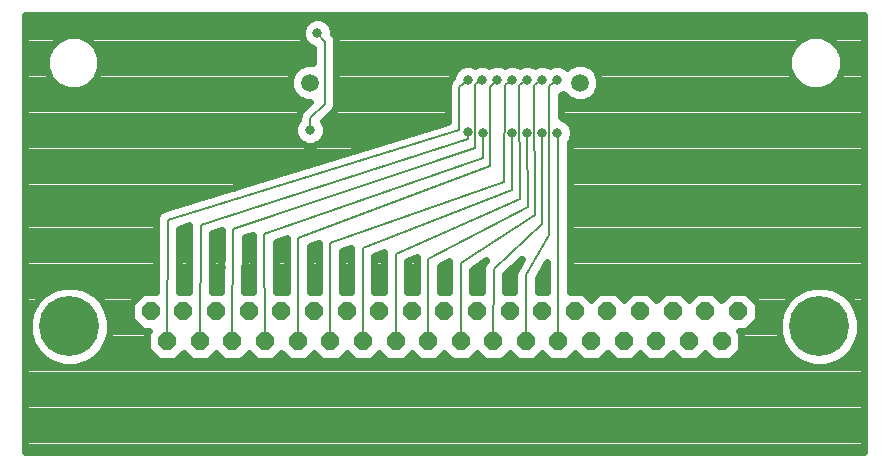
<source format=gbl>
G75*
%MOIN*%
%OFA0B0*%
%FSLAX25Y25*%
%IPPOS*%
%LPD*%
%AMOC8*
5,1,8,0,0,1.08239X$1,22.5*
%
%ADD10C,0.05937*%
%ADD11OC8,0.06000*%
%ADD12C,0.20000*%
%ADD13C,0.03181*%
%ADD14C,0.00500*%
%ADD15C,0.02400*%
D10*
X0134346Y0151540D03*
X0224346Y0151540D03*
D11*
X0222748Y0075300D03*
X0233548Y0075300D03*
X0244448Y0075300D03*
X0255348Y0075300D03*
X0266148Y0075300D03*
X0277048Y0075300D03*
X0271648Y0065300D03*
X0260748Y0065300D03*
X0249848Y0065300D03*
X0239048Y0065300D03*
X0228148Y0065300D03*
X0217248Y0065300D03*
X0206448Y0065300D03*
X0195548Y0065300D03*
X0184648Y0065300D03*
X0173848Y0065300D03*
X0162948Y0065300D03*
X0152048Y0065300D03*
X0141248Y0065300D03*
X0130348Y0065300D03*
X0119448Y0065300D03*
X0108548Y0065300D03*
X0097748Y0065300D03*
X0086848Y0065300D03*
X0081448Y0075300D03*
X0092248Y0075300D03*
X0103148Y0075300D03*
X0114048Y0075300D03*
X0124848Y0075300D03*
X0135748Y0075300D03*
X0146648Y0075300D03*
X0157548Y0075300D03*
X0168348Y0075300D03*
X0179248Y0075300D03*
X0190148Y0075300D03*
X0200948Y0075300D03*
X0211848Y0075300D03*
D12*
X0304248Y0070300D03*
X0054248Y0070300D03*
D13*
X0134425Y0135694D03*
X0136886Y0168174D03*
X0187083Y0152524D03*
X0191807Y0152426D03*
X0196925Y0152524D03*
X0201846Y0152426D03*
X0206768Y0152426D03*
X0211886Y0152426D03*
X0216807Y0152426D03*
X0216906Y0134808D03*
X0211689Y0134709D03*
X0206768Y0134611D03*
X0201846Y0134611D03*
X0192004Y0134709D03*
X0187083Y0135202D03*
D14*
X0187083Y0132741D01*
X0097988Y0104080D01*
X0097748Y0065300D01*
X0086848Y0065300D02*
X0086965Y0105753D01*
X0184130Y0135694D01*
X0184130Y0149965D01*
X0187083Y0152524D01*
X0189543Y0150950D02*
X0191807Y0152426D01*
X0189543Y0150950D02*
X0189543Y0129690D01*
X0108913Y0102800D01*
X0108548Y0065300D01*
X0119448Y0065300D02*
X0119150Y0101225D01*
X0192004Y0126540D01*
X0192004Y0134709D01*
X0201846Y0134611D02*
X0201846Y0115615D01*
X0151950Y0096328D01*
X0152048Y0065300D01*
X0141248Y0065300D02*
X0141248Y0098127D01*
X0199189Y0118568D01*
X0199287Y0150654D01*
X0201846Y0152426D01*
X0204209Y0150654D02*
X0206768Y0152426D01*
X0209228Y0150753D02*
X0211886Y0152426D01*
X0214150Y0150556D02*
X0216807Y0152426D01*
X0214150Y0150556D02*
X0214150Y0100654D01*
X0206448Y0087441D01*
X0206448Y0065300D01*
X0217248Y0065300D02*
X0217248Y0134957D01*
X0216906Y0134808D01*
X0217248Y0133580D01*
X0211689Y0134709D02*
X0211689Y0104296D01*
X0195745Y0089336D01*
X0195548Y0065300D01*
X0184648Y0065300D02*
X0184648Y0091330D01*
X0209425Y0107249D01*
X0209228Y0150753D01*
X0204209Y0150654D02*
X0204406Y0112662D01*
X0162948Y0094433D01*
X0162948Y0065300D01*
X0173848Y0065300D02*
X0173848Y0092735D01*
X0206965Y0110103D01*
X0206768Y0134611D01*
X0194465Y0123883D02*
X0194465Y0149965D01*
X0196925Y0152524D01*
X0194465Y0123883D02*
X0130567Y0099749D01*
X0130348Y0065300D01*
X0134425Y0135694D02*
X0134425Y0139631D01*
X0139346Y0144552D01*
X0139346Y0165221D01*
X0136886Y0168174D01*
D15*
X0039354Y0174170D02*
X0039354Y0028319D01*
X0319063Y0028319D01*
X0319063Y0174170D01*
X0039354Y0174170D01*
X0039354Y0174136D02*
X0319063Y0174136D01*
X0319063Y0171738D02*
X0140663Y0171738D01*
X0141286Y0171114D02*
X0139826Y0172574D01*
X0137918Y0173365D01*
X0135853Y0173365D01*
X0133946Y0172574D01*
X0132485Y0171114D01*
X0131695Y0169206D01*
X0131695Y0167142D01*
X0132485Y0165234D01*
X0133946Y0163774D01*
X0135496Y0163131D01*
X0135496Y0158109D01*
X0133040Y0158109D01*
X0130626Y0157109D01*
X0128778Y0155261D01*
X0127778Y0152847D01*
X0127778Y0150234D01*
X0128778Y0147819D01*
X0130626Y0145972D01*
X0133040Y0144972D01*
X0134321Y0144972D01*
X0131161Y0141812D01*
X0130575Y0140397D01*
X0130575Y0139184D01*
X0130025Y0138634D01*
X0129235Y0136726D01*
X0129235Y0134661D01*
X0130025Y0132753D01*
X0131485Y0131293D01*
X0133393Y0130503D01*
X0135458Y0130503D01*
X0137365Y0131293D01*
X0138826Y0132753D01*
X0139616Y0134661D01*
X0139616Y0136726D01*
X0138839Y0138600D01*
X0141527Y0141288D01*
X0142610Y0142371D01*
X0143196Y0143786D01*
X0143196Y0165047D01*
X0143250Y0165635D01*
X0143196Y0165807D01*
X0143196Y0165987D01*
X0142970Y0166533D01*
X0142794Y0167098D01*
X0142679Y0167236D01*
X0142610Y0167402D01*
X0142192Y0167820D01*
X0142076Y0167959D01*
X0142076Y0169206D01*
X0141286Y0171114D01*
X0142021Y0169339D02*
X0319063Y0169339D01*
X0319063Y0166941D02*
X0305664Y0166941D01*
X0304840Y0167282D02*
X0301215Y0167282D01*
X0297866Y0165895D01*
X0295303Y0163331D01*
X0293916Y0159983D01*
X0293916Y0156358D01*
X0295303Y0153009D01*
X0297866Y0150445D01*
X0301215Y0149058D01*
X0304840Y0149058D01*
X0308189Y0150445D01*
X0310752Y0153009D01*
X0312139Y0156358D01*
X0312139Y0159983D01*
X0310752Y0163331D01*
X0308189Y0165895D01*
X0304840Y0167282D01*
X0300391Y0166941D02*
X0142843Y0166941D01*
X0143196Y0164542D02*
X0296514Y0164542D01*
X0294811Y0162144D02*
X0143196Y0162144D01*
X0143196Y0159745D02*
X0293916Y0159745D01*
X0293916Y0157347D02*
X0227493Y0157347D01*
X0228067Y0157109D02*
X0225653Y0158109D01*
X0223040Y0158109D01*
X0220626Y0157109D01*
X0220045Y0156528D01*
X0219747Y0156826D01*
X0217840Y0157617D01*
X0215775Y0157617D01*
X0214346Y0157025D01*
X0212918Y0157617D01*
X0210853Y0157617D01*
X0209327Y0156984D01*
X0207800Y0157617D01*
X0205735Y0157617D01*
X0204307Y0157025D01*
X0202879Y0157617D01*
X0200814Y0157617D01*
X0199505Y0157074D01*
X0197958Y0157715D01*
X0195893Y0157715D01*
X0194247Y0157033D01*
X0192840Y0157617D01*
X0190775Y0157617D01*
X0189564Y0157115D01*
X0188115Y0157715D01*
X0186050Y0157715D01*
X0184142Y0156925D01*
X0182682Y0155465D01*
X0181892Y0153557D01*
X0181892Y0153172D01*
X0181505Y0152785D01*
X0181030Y0152373D01*
X0180966Y0152246D01*
X0180866Y0152146D01*
X0180626Y0151565D01*
X0180344Y0151004D01*
X0180334Y0150862D01*
X0180280Y0150731D01*
X0180280Y0150103D01*
X0180235Y0149476D01*
X0180280Y0149341D01*
X0180280Y0138536D01*
X0086390Y0109604D01*
X0086210Y0109605D01*
X0085663Y0109380D01*
X0085099Y0109207D01*
X0084960Y0109091D01*
X0084793Y0109023D01*
X0084374Y0108606D01*
X0083919Y0108230D01*
X0083835Y0108070D01*
X0083707Y0107943D01*
X0083479Y0107398D01*
X0083203Y0106876D01*
X0083186Y0106696D01*
X0083117Y0106530D01*
X0083115Y0105939D01*
X0083060Y0105351D01*
X0083113Y0105178D01*
X0083046Y0081900D01*
X0078714Y0081900D01*
X0074848Y0078034D01*
X0074848Y0072566D01*
X0078714Y0068700D01*
X0080914Y0068700D01*
X0080248Y0068034D01*
X0080248Y0062566D01*
X0084114Y0058700D01*
X0089582Y0058700D01*
X0092298Y0061416D01*
X0095014Y0058700D01*
X0100482Y0058700D01*
X0103148Y0061366D01*
X0105814Y0058700D01*
X0111282Y0058700D01*
X0113998Y0061416D01*
X0116714Y0058700D01*
X0122182Y0058700D01*
X0124898Y0061416D01*
X0127614Y0058700D01*
X0133082Y0058700D01*
X0135798Y0061416D01*
X0138514Y0058700D01*
X0143982Y0058700D01*
X0146648Y0061366D01*
X0149314Y0058700D01*
X0154782Y0058700D01*
X0157498Y0061416D01*
X0160214Y0058700D01*
X0165682Y0058700D01*
X0168398Y0061416D01*
X0171114Y0058700D01*
X0176582Y0058700D01*
X0179248Y0061366D01*
X0181914Y0058700D01*
X0187382Y0058700D01*
X0190098Y0061416D01*
X0192814Y0058700D01*
X0198282Y0058700D01*
X0200998Y0061416D01*
X0203714Y0058700D01*
X0209182Y0058700D01*
X0211848Y0061366D01*
X0214514Y0058700D01*
X0219982Y0058700D01*
X0222698Y0061416D01*
X0225414Y0058700D01*
X0230882Y0058700D01*
X0233598Y0061416D01*
X0236314Y0058700D01*
X0241782Y0058700D01*
X0244448Y0061366D01*
X0247114Y0058700D01*
X0252582Y0058700D01*
X0255298Y0061416D01*
X0258014Y0058700D01*
X0263482Y0058700D01*
X0266198Y0061416D01*
X0268914Y0058700D01*
X0274382Y0058700D01*
X0278248Y0062566D01*
X0278248Y0068034D01*
X0277582Y0068700D01*
X0279782Y0068700D01*
X0283648Y0072566D01*
X0283648Y0078034D01*
X0279782Y0081900D01*
X0274314Y0081900D01*
X0271598Y0079184D01*
X0268882Y0081900D01*
X0263414Y0081900D01*
X0260748Y0079234D01*
X0258082Y0081900D01*
X0252614Y0081900D01*
X0249898Y0079184D01*
X0247182Y0081900D01*
X0241714Y0081900D01*
X0238998Y0079184D01*
X0236282Y0081900D01*
X0230814Y0081900D01*
X0228148Y0079234D01*
X0225482Y0081900D01*
X0221098Y0081900D01*
X0221098Y0131660D01*
X0221306Y0131868D01*
X0222096Y0133775D01*
X0222096Y0135840D01*
X0221306Y0137748D01*
X0219846Y0139208D01*
X0218000Y0139973D01*
X0218000Y0147302D01*
X0218916Y0147681D01*
X0220626Y0145972D01*
X0223040Y0144972D01*
X0225653Y0144972D01*
X0228067Y0145972D01*
X0229915Y0147819D01*
X0230915Y0150234D01*
X0230915Y0152847D01*
X0229915Y0155261D01*
X0228067Y0157109D01*
X0230045Y0154948D02*
X0294500Y0154948D01*
X0295762Y0152550D02*
X0230915Y0152550D01*
X0230881Y0150151D02*
X0298577Y0150151D01*
X0307478Y0150151D02*
X0319063Y0150151D01*
X0319063Y0147753D02*
X0229848Y0147753D01*
X0226576Y0145354D02*
X0319063Y0145354D01*
X0319063Y0142956D02*
X0218000Y0142956D01*
X0218000Y0145354D02*
X0222117Y0145354D01*
X0218000Y0140557D02*
X0319063Y0140557D01*
X0319063Y0138159D02*
X0220895Y0138159D01*
X0222096Y0135760D02*
X0319063Y0135760D01*
X0319063Y0133362D02*
X0221925Y0133362D01*
X0221098Y0130963D02*
X0319063Y0130963D01*
X0319063Y0128565D02*
X0221098Y0128565D01*
X0221098Y0126166D02*
X0319063Y0126166D01*
X0319063Y0123768D02*
X0221098Y0123768D01*
X0221098Y0121369D02*
X0319063Y0121369D01*
X0319063Y0118970D02*
X0221098Y0118970D01*
X0221098Y0116572D02*
X0319063Y0116572D01*
X0319063Y0114173D02*
X0221098Y0114173D01*
X0221098Y0111775D02*
X0319063Y0111775D01*
X0319063Y0109376D02*
X0221098Y0109376D01*
X0221098Y0106978D02*
X0319063Y0106978D01*
X0319063Y0104579D02*
X0221098Y0104579D01*
X0221098Y0102181D02*
X0319063Y0102181D01*
X0319063Y0099782D02*
X0221098Y0099782D01*
X0221098Y0097384D02*
X0319063Y0097384D01*
X0319063Y0094985D02*
X0221098Y0094985D01*
X0221098Y0092587D02*
X0319063Y0092587D01*
X0319063Y0090188D02*
X0221098Y0090188D01*
X0221098Y0087790D02*
X0319063Y0087790D01*
X0319063Y0085391D02*
X0221098Y0085391D01*
X0221098Y0082993D02*
X0299072Y0082993D01*
X0298999Y0082973D02*
X0295897Y0081183D01*
X0293365Y0078651D01*
X0291575Y0075549D01*
X0290648Y0072090D01*
X0290648Y0068510D01*
X0291575Y0065051D01*
X0293365Y0061949D01*
X0295897Y0059417D01*
X0298999Y0057627D01*
X0302458Y0056700D01*
X0306039Y0056700D01*
X0309497Y0057627D01*
X0312599Y0059417D01*
X0315131Y0061949D01*
X0316921Y0065051D01*
X0317848Y0068510D01*
X0317848Y0072090D01*
X0316921Y0075549D01*
X0315131Y0078651D01*
X0312599Y0081183D01*
X0309497Y0082973D01*
X0306039Y0083900D01*
X0302458Y0083900D01*
X0298999Y0082973D01*
X0295309Y0080594D02*
X0281088Y0080594D01*
X0283486Y0078196D02*
X0293103Y0078196D01*
X0291718Y0075797D02*
X0283648Y0075797D01*
X0283648Y0073399D02*
X0290999Y0073399D01*
X0290648Y0071000D02*
X0282082Y0071000D01*
X0277680Y0068602D02*
X0290648Y0068602D01*
X0291266Y0066203D02*
X0278248Y0066203D01*
X0278248Y0063805D02*
X0292294Y0063805D01*
X0293909Y0061406D02*
X0277088Y0061406D01*
X0274690Y0059008D02*
X0296607Y0059008D01*
X0311889Y0059008D02*
X0319063Y0059008D01*
X0319063Y0061406D02*
X0314588Y0061406D01*
X0316202Y0063805D02*
X0319063Y0063805D01*
X0319063Y0066203D02*
X0317230Y0066203D01*
X0317848Y0068602D02*
X0319063Y0068602D01*
X0319063Y0071000D02*
X0317848Y0071000D01*
X0317497Y0073399D02*
X0319063Y0073399D01*
X0319063Y0075797D02*
X0316778Y0075797D01*
X0315393Y0078196D02*
X0319063Y0078196D01*
X0319063Y0080594D02*
X0313187Y0080594D01*
X0309424Y0082993D02*
X0319063Y0082993D01*
X0319063Y0056609D02*
X0039354Y0056609D01*
X0039354Y0054211D02*
X0319063Y0054211D01*
X0319063Y0051812D02*
X0039354Y0051812D01*
X0039354Y0049414D02*
X0319063Y0049414D01*
X0319063Y0047015D02*
X0039354Y0047015D01*
X0039354Y0044617D02*
X0319063Y0044617D01*
X0319063Y0042218D02*
X0039354Y0042218D01*
X0039354Y0039820D02*
X0319063Y0039820D01*
X0319063Y0037421D02*
X0039354Y0037421D01*
X0039354Y0035023D02*
X0319063Y0035023D01*
X0319063Y0032624D02*
X0039354Y0032624D01*
X0039354Y0030226D02*
X0319063Y0030226D01*
X0268607Y0059008D02*
X0263790Y0059008D01*
X0266188Y0061406D02*
X0266208Y0061406D01*
X0257707Y0059008D02*
X0252890Y0059008D01*
X0255288Y0061406D02*
X0255308Y0061406D01*
X0246807Y0059008D02*
X0242090Y0059008D01*
X0236007Y0059008D02*
X0231190Y0059008D01*
X0233588Y0061406D02*
X0233608Y0061406D01*
X0225107Y0059008D02*
X0220290Y0059008D01*
X0222688Y0061406D02*
X0222708Y0061406D01*
X0214207Y0059008D02*
X0209490Y0059008D01*
X0203407Y0059008D02*
X0198590Y0059008D01*
X0200988Y0061406D02*
X0201008Y0061406D01*
X0192507Y0059008D02*
X0187690Y0059008D01*
X0190088Y0061406D02*
X0190108Y0061406D01*
X0181607Y0059008D02*
X0176890Y0059008D01*
X0170807Y0059008D02*
X0165990Y0059008D01*
X0168388Y0061406D02*
X0168408Y0061406D01*
X0159907Y0059008D02*
X0155090Y0059008D01*
X0157488Y0061406D02*
X0157508Y0061406D01*
X0149007Y0059008D02*
X0144290Y0059008D01*
X0138207Y0059008D02*
X0133390Y0059008D01*
X0135788Y0061406D02*
X0135808Y0061406D01*
X0127307Y0059008D02*
X0122490Y0059008D01*
X0124888Y0061406D02*
X0124908Y0061406D01*
X0116407Y0059008D02*
X0111590Y0059008D01*
X0113988Y0061406D02*
X0114008Y0061406D01*
X0105507Y0059008D02*
X0100790Y0059008D01*
X0094707Y0059008D02*
X0089890Y0059008D01*
X0092288Y0061406D02*
X0092308Y0061406D01*
X0083807Y0059008D02*
X0061889Y0059008D01*
X0062599Y0059417D02*
X0059497Y0057627D01*
X0056039Y0056700D01*
X0052458Y0056700D01*
X0048999Y0057627D01*
X0045897Y0059417D01*
X0043365Y0061949D01*
X0041575Y0065051D01*
X0040648Y0068510D01*
X0040648Y0072090D01*
X0041575Y0075549D01*
X0043365Y0078651D01*
X0045897Y0081183D01*
X0048999Y0082973D01*
X0052458Y0083900D01*
X0056039Y0083900D01*
X0059497Y0082973D01*
X0062599Y0081183D01*
X0065131Y0078651D01*
X0066921Y0075549D01*
X0067848Y0072090D01*
X0067848Y0068510D01*
X0066921Y0065051D01*
X0065131Y0061949D01*
X0062599Y0059417D01*
X0064588Y0061406D02*
X0081408Y0061406D01*
X0080248Y0063805D02*
X0066202Y0063805D01*
X0067230Y0066203D02*
X0080248Y0066203D01*
X0080816Y0068602D02*
X0067848Y0068602D01*
X0067848Y0071000D02*
X0076414Y0071000D01*
X0074848Y0073399D02*
X0067497Y0073399D01*
X0066778Y0075797D02*
X0074848Y0075797D01*
X0075010Y0078196D02*
X0065393Y0078196D01*
X0063187Y0080594D02*
X0077409Y0080594D01*
X0083049Y0082993D02*
X0059424Y0082993D01*
X0049072Y0082993D02*
X0039354Y0082993D01*
X0039354Y0085391D02*
X0083056Y0085391D01*
X0083063Y0087790D02*
X0039354Y0087790D01*
X0039354Y0090188D02*
X0083070Y0090188D01*
X0083077Y0092587D02*
X0039354Y0092587D01*
X0039354Y0094985D02*
X0083084Y0094985D01*
X0083090Y0097384D02*
X0039354Y0097384D01*
X0039354Y0099782D02*
X0083097Y0099782D01*
X0083104Y0102181D02*
X0039354Y0102181D01*
X0039354Y0104579D02*
X0083111Y0104579D01*
X0083257Y0106978D02*
X0039354Y0106978D01*
X0039354Y0109376D02*
X0085650Y0109376D01*
X0093434Y0111775D02*
X0039354Y0111775D01*
X0039354Y0114173D02*
X0101218Y0114173D01*
X0109002Y0116572D02*
X0039354Y0116572D01*
X0039354Y0118970D02*
X0116785Y0118970D01*
X0124569Y0121369D02*
X0039354Y0121369D01*
X0039354Y0123768D02*
X0132353Y0123768D01*
X0140137Y0126166D02*
X0039354Y0126166D01*
X0039354Y0128565D02*
X0147920Y0128565D01*
X0155704Y0130963D02*
X0136568Y0130963D01*
X0139077Y0133362D02*
X0163488Y0133362D01*
X0171271Y0135760D02*
X0139616Y0135760D01*
X0139022Y0138159D02*
X0179055Y0138159D01*
X0180280Y0140557D02*
X0140796Y0140557D01*
X0142852Y0142956D02*
X0180280Y0142956D01*
X0180280Y0145354D02*
X0143196Y0145354D01*
X0143196Y0147753D02*
X0180280Y0147753D01*
X0180280Y0150151D02*
X0143196Y0150151D01*
X0143196Y0152550D02*
X0181233Y0152550D01*
X0182468Y0154948D02*
X0143196Y0154948D01*
X0143196Y0157347D02*
X0185161Y0157347D01*
X0189004Y0157347D02*
X0190123Y0157347D01*
X0193491Y0157347D02*
X0195004Y0157347D01*
X0198847Y0157347D02*
X0200162Y0157347D01*
X0203530Y0157347D02*
X0205084Y0157347D01*
X0208452Y0157347D02*
X0210202Y0157347D01*
X0213570Y0157347D02*
X0215123Y0157347D01*
X0218491Y0157347D02*
X0221200Y0157347D01*
X0135496Y0159745D02*
X0064596Y0159745D01*
X0064596Y0159967D02*
X0063209Y0163316D01*
X0060646Y0165879D01*
X0057297Y0167266D01*
X0053672Y0167266D01*
X0050323Y0165879D01*
X0047760Y0163316D01*
X0046372Y0159967D01*
X0046372Y0156342D01*
X0047760Y0152993D01*
X0050323Y0150430D01*
X0053672Y0149043D01*
X0057297Y0149043D01*
X0060646Y0150430D01*
X0063209Y0152993D01*
X0064596Y0156342D01*
X0064596Y0159967D01*
X0063694Y0162144D02*
X0135496Y0162144D01*
X0133177Y0164542D02*
X0061982Y0164542D01*
X0058082Y0166941D02*
X0131778Y0166941D01*
X0131750Y0169339D02*
X0039354Y0169339D01*
X0039354Y0166941D02*
X0052886Y0166941D01*
X0048986Y0164542D02*
X0039354Y0164542D01*
X0039354Y0162144D02*
X0047274Y0162144D01*
X0046372Y0159745D02*
X0039354Y0159745D01*
X0039354Y0157347D02*
X0046372Y0157347D01*
X0046950Y0154948D02*
X0039354Y0154948D01*
X0039354Y0152550D02*
X0048203Y0152550D01*
X0050995Y0150151D02*
X0039354Y0150151D01*
X0039354Y0147753D02*
X0128845Y0147753D01*
X0127812Y0150151D02*
X0059973Y0150151D01*
X0062766Y0152550D02*
X0127778Y0152550D01*
X0128648Y0154948D02*
X0064019Y0154948D01*
X0064596Y0157347D02*
X0131200Y0157347D01*
X0132117Y0145354D02*
X0039354Y0145354D01*
X0039354Y0142956D02*
X0132305Y0142956D01*
X0130642Y0140557D02*
X0039354Y0140557D01*
X0039354Y0138159D02*
X0129828Y0138159D01*
X0129235Y0135760D02*
X0039354Y0135760D01*
X0039354Y0133362D02*
X0129773Y0133362D01*
X0132282Y0130963D02*
X0039354Y0130963D01*
X0090806Y0102908D02*
X0094113Y0103927D01*
X0094089Y0103630D01*
X0094134Y0103487D01*
X0094001Y0081900D01*
X0090746Y0081900D01*
X0090806Y0102908D01*
X0090804Y0102181D02*
X0094126Y0102181D01*
X0094112Y0099782D02*
X0090797Y0099782D01*
X0090790Y0097384D02*
X0094097Y0097384D01*
X0094082Y0094985D02*
X0090784Y0094985D01*
X0090777Y0092587D02*
X0094067Y0092587D01*
X0094052Y0090188D02*
X0090770Y0090188D01*
X0090763Y0087790D02*
X0094037Y0087790D01*
X0094022Y0085391D02*
X0090756Y0085391D01*
X0090749Y0082993D02*
X0094008Y0082993D01*
X0101708Y0082993D02*
X0104870Y0082993D01*
X0104860Y0081900D02*
X0101701Y0081900D01*
X0101821Y0101268D01*
X0105022Y0102298D01*
X0105057Y0102193D01*
X0104860Y0081900D01*
X0104894Y0085391D02*
X0101723Y0085391D01*
X0101737Y0087790D02*
X0104917Y0087790D01*
X0104940Y0090188D02*
X0101752Y0090188D01*
X0101767Y0092587D02*
X0104964Y0092587D01*
X0104987Y0094985D02*
X0101782Y0094985D01*
X0101797Y0097384D02*
X0105010Y0097384D01*
X0105034Y0099782D02*
X0101812Y0099782D01*
X0104658Y0102181D02*
X0105057Y0102181D01*
X0112736Y0100017D02*
X0115272Y0100862D01*
X0115262Y0100685D01*
X0115305Y0100560D01*
X0115460Y0081900D01*
X0112560Y0081900D01*
X0112736Y0100017D01*
X0112734Y0099782D02*
X0115311Y0099782D01*
X0115331Y0097384D02*
X0112711Y0097384D01*
X0112687Y0094985D02*
X0115351Y0094985D01*
X0115371Y0092587D02*
X0112664Y0092587D01*
X0112641Y0090188D02*
X0115391Y0090188D01*
X0115411Y0087790D02*
X0112617Y0087790D01*
X0112594Y0085391D02*
X0115431Y0085391D01*
X0115451Y0082993D02*
X0112571Y0082993D01*
X0123151Y0082993D02*
X0126610Y0082993D01*
X0126603Y0081900D02*
X0123160Y0081900D01*
X0123022Y0098495D01*
X0126716Y0099779D01*
X0126695Y0099105D01*
X0126712Y0099058D01*
X0126603Y0081900D01*
X0126626Y0085391D02*
X0123131Y0085391D01*
X0123111Y0087790D02*
X0126641Y0087790D01*
X0126656Y0090188D02*
X0123091Y0090188D01*
X0123071Y0092587D02*
X0126671Y0092587D01*
X0126687Y0094985D02*
X0123052Y0094985D01*
X0123032Y0097384D02*
X0126702Y0097384D01*
X0134400Y0097081D02*
X0137397Y0098213D01*
X0137363Y0097568D01*
X0137398Y0097468D01*
X0137398Y0081900D01*
X0134304Y0081900D01*
X0134400Y0097081D01*
X0135202Y0097384D02*
X0137398Y0097384D01*
X0137398Y0094985D02*
X0134387Y0094985D01*
X0134371Y0092587D02*
X0137398Y0092587D01*
X0137398Y0090188D02*
X0134356Y0090188D01*
X0134341Y0087790D02*
X0137398Y0087790D01*
X0137398Y0085391D02*
X0134326Y0085391D01*
X0134311Y0082993D02*
X0137398Y0082993D01*
X0145098Y0082993D02*
X0148142Y0082993D01*
X0148145Y0081900D02*
X0145098Y0081900D01*
X0145098Y0095402D01*
X0148099Y0096461D01*
X0148099Y0096368D01*
X0148082Y0095655D01*
X0148102Y0095604D01*
X0148145Y0081900D01*
X0148134Y0085391D02*
X0145098Y0085391D01*
X0145098Y0087790D02*
X0148127Y0087790D01*
X0148119Y0090188D02*
X0145098Y0090188D01*
X0145098Y0092587D02*
X0148111Y0092587D01*
X0148104Y0094985D02*
X0145098Y0094985D01*
X0155808Y0093692D02*
X0159086Y0094959D01*
X0159098Y0094392D01*
X0159098Y0081900D01*
X0155845Y0081900D01*
X0155808Y0093692D01*
X0155811Y0092587D02*
X0159098Y0092587D01*
X0159098Y0090188D02*
X0155819Y0090188D01*
X0155827Y0087790D02*
X0159098Y0087790D01*
X0159098Y0085391D02*
X0155834Y0085391D01*
X0155842Y0082993D02*
X0159098Y0082993D01*
X0166798Y0082993D02*
X0169998Y0082993D01*
X0169998Y0081900D02*
X0166798Y0081900D01*
X0166798Y0091920D01*
X0169998Y0093327D01*
X0169998Y0093321D01*
X0169945Y0093150D01*
X0169998Y0092561D01*
X0169998Y0081900D01*
X0169998Y0085391D02*
X0166798Y0085391D01*
X0166798Y0087790D02*
X0169998Y0087790D01*
X0169998Y0090188D02*
X0166798Y0090188D01*
X0168314Y0092587D02*
X0169996Y0092587D01*
X0177698Y0090406D02*
X0180798Y0092032D01*
X0180798Y0091744D01*
X0180723Y0091400D01*
X0180798Y0090986D01*
X0180798Y0081900D01*
X0177698Y0081900D01*
X0177698Y0090406D01*
X0177698Y0090188D02*
X0180798Y0090188D01*
X0180798Y0087790D02*
X0177698Y0087790D01*
X0177698Y0085391D02*
X0180798Y0085391D01*
X0180798Y0082993D02*
X0177698Y0082993D01*
X0188498Y0082993D02*
X0191843Y0082993D01*
X0191834Y0081900D02*
X0188498Y0081900D01*
X0188498Y0089227D01*
X0193244Y0092276D01*
X0193078Y0092113D01*
X0192552Y0091620D01*
X0192533Y0091577D01*
X0192499Y0091544D01*
X0192218Y0090881D01*
X0191921Y0090224D01*
X0191920Y0090177D01*
X0191901Y0090134D01*
X0191895Y0089413D01*
X0191872Y0088693D01*
X0191889Y0088649D01*
X0191834Y0081900D01*
X0191862Y0085391D02*
X0188498Y0085391D01*
X0188498Y0087790D02*
X0191882Y0087790D01*
X0191920Y0090188D02*
X0189994Y0090188D01*
X0199581Y0087656D02*
X0205178Y0092908D01*
X0203373Y0089811D01*
X0203184Y0089622D01*
X0202991Y0089155D01*
X0202736Y0088718D01*
X0202700Y0088453D01*
X0202598Y0088207D01*
X0202598Y0087701D01*
X0202530Y0087200D01*
X0202598Y0086942D01*
X0202598Y0081900D01*
X0199534Y0081900D01*
X0199581Y0087656D01*
X0199723Y0087790D02*
X0202598Y0087790D01*
X0202598Y0085391D02*
X0199563Y0085391D01*
X0199543Y0082993D02*
X0202598Y0082993D01*
X0202280Y0090188D02*
X0203593Y0090188D01*
X0204836Y0092587D02*
X0204991Y0092587D01*
X0211108Y0087790D02*
X0213398Y0087790D01*
X0213398Y0090188D02*
X0212506Y0090188D01*
X0213398Y0091719D02*
X0213398Y0081900D01*
X0210298Y0081900D01*
X0210298Y0086401D01*
X0213398Y0091719D01*
X0213398Y0085391D02*
X0210298Y0085391D01*
X0210298Y0082993D02*
X0213398Y0082993D01*
X0226788Y0080594D02*
X0229509Y0080594D01*
X0237588Y0080594D02*
X0240409Y0080594D01*
X0248488Y0080594D02*
X0251309Y0080594D01*
X0259388Y0080594D02*
X0262109Y0080594D01*
X0270188Y0080594D02*
X0273009Y0080594D01*
X0310293Y0152550D02*
X0319063Y0152550D01*
X0319063Y0154948D02*
X0311556Y0154948D01*
X0312139Y0157347D02*
X0319063Y0157347D01*
X0319063Y0159745D02*
X0312139Y0159745D01*
X0311244Y0162144D02*
X0319063Y0162144D01*
X0319063Y0164542D02*
X0309541Y0164542D01*
X0133109Y0171738D02*
X0039354Y0171738D01*
X0039354Y0080594D02*
X0045309Y0080594D01*
X0043103Y0078196D02*
X0039354Y0078196D01*
X0039354Y0075797D02*
X0041718Y0075797D01*
X0040999Y0073399D02*
X0039354Y0073399D01*
X0039354Y0071000D02*
X0040648Y0071000D01*
X0040648Y0068602D02*
X0039354Y0068602D01*
X0039354Y0066203D02*
X0041266Y0066203D01*
X0042294Y0063805D02*
X0039354Y0063805D01*
X0039354Y0061406D02*
X0043909Y0061406D01*
X0046607Y0059008D02*
X0039354Y0059008D01*
M02*

</source>
